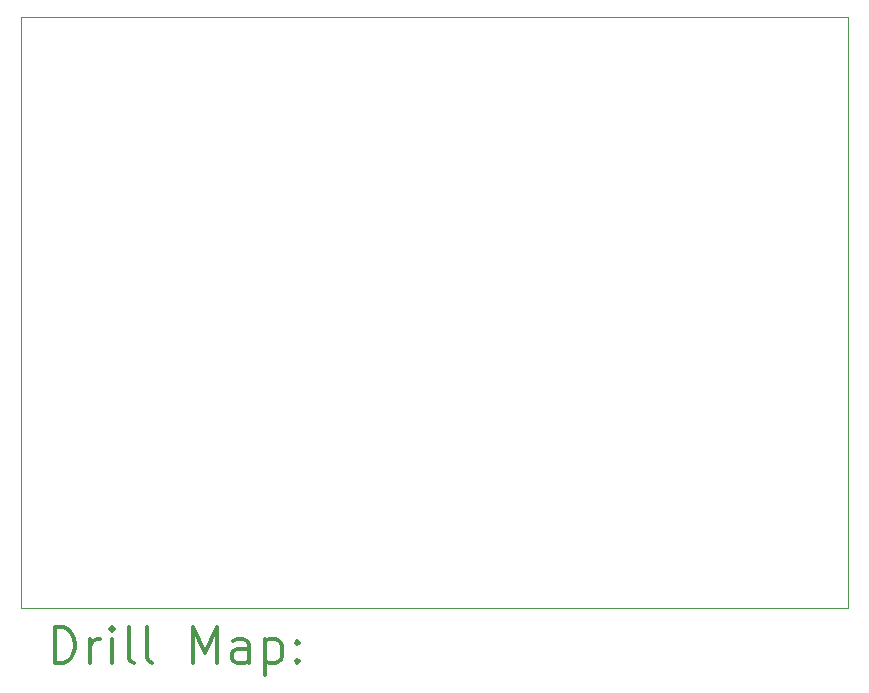
<source format=gbr>
%FSLAX45Y45*%
G04 Gerber Fmt 4.5, Leading zero omitted, Abs format (unit mm)*
G04 Created by KiCad (PCBNEW 5.1.10) date 2021-08-08 14:00:25*
%MOMM*%
%LPD*%
G01*
G04 APERTURE LIST*
%TA.AperFunction,Profile*%
%ADD10C,0.050000*%
%TD*%
%ADD11C,0.200000*%
%ADD12C,0.300000*%
G04 APERTURE END LIST*
D10*
X8300000Y-12400000D02*
X8300000Y-7400000D01*
X15300000Y-12400000D02*
X8300000Y-12400000D01*
X15300000Y-7400000D02*
X15300000Y-12400000D01*
X8300000Y-7400000D02*
X15300000Y-7400000D01*
D11*
D12*
X8583928Y-12868214D02*
X8583928Y-12568214D01*
X8655357Y-12568214D01*
X8698214Y-12582500D01*
X8726786Y-12611071D01*
X8741071Y-12639643D01*
X8755357Y-12696786D01*
X8755357Y-12739643D01*
X8741071Y-12796786D01*
X8726786Y-12825357D01*
X8698214Y-12853929D01*
X8655357Y-12868214D01*
X8583928Y-12868214D01*
X8883928Y-12868214D02*
X8883928Y-12668214D01*
X8883928Y-12725357D02*
X8898214Y-12696786D01*
X8912500Y-12682500D01*
X8941071Y-12668214D01*
X8969643Y-12668214D01*
X9069643Y-12868214D02*
X9069643Y-12668214D01*
X9069643Y-12568214D02*
X9055357Y-12582500D01*
X9069643Y-12596786D01*
X9083928Y-12582500D01*
X9069643Y-12568214D01*
X9069643Y-12596786D01*
X9255357Y-12868214D02*
X9226786Y-12853929D01*
X9212500Y-12825357D01*
X9212500Y-12568214D01*
X9412500Y-12868214D02*
X9383928Y-12853929D01*
X9369643Y-12825357D01*
X9369643Y-12568214D01*
X9755357Y-12868214D02*
X9755357Y-12568214D01*
X9855357Y-12782500D01*
X9955357Y-12568214D01*
X9955357Y-12868214D01*
X10226786Y-12868214D02*
X10226786Y-12711071D01*
X10212500Y-12682500D01*
X10183928Y-12668214D01*
X10126786Y-12668214D01*
X10098214Y-12682500D01*
X10226786Y-12853929D02*
X10198214Y-12868214D01*
X10126786Y-12868214D01*
X10098214Y-12853929D01*
X10083928Y-12825357D01*
X10083928Y-12796786D01*
X10098214Y-12768214D01*
X10126786Y-12753929D01*
X10198214Y-12753929D01*
X10226786Y-12739643D01*
X10369643Y-12668214D02*
X10369643Y-12968214D01*
X10369643Y-12682500D02*
X10398214Y-12668214D01*
X10455357Y-12668214D01*
X10483928Y-12682500D01*
X10498214Y-12696786D01*
X10512500Y-12725357D01*
X10512500Y-12811071D01*
X10498214Y-12839643D01*
X10483928Y-12853929D01*
X10455357Y-12868214D01*
X10398214Y-12868214D01*
X10369643Y-12853929D01*
X10641071Y-12839643D02*
X10655357Y-12853929D01*
X10641071Y-12868214D01*
X10626786Y-12853929D01*
X10641071Y-12839643D01*
X10641071Y-12868214D01*
X10641071Y-12682500D02*
X10655357Y-12696786D01*
X10641071Y-12711071D01*
X10626786Y-12696786D01*
X10641071Y-12682500D01*
X10641071Y-12711071D01*
M02*

</source>
